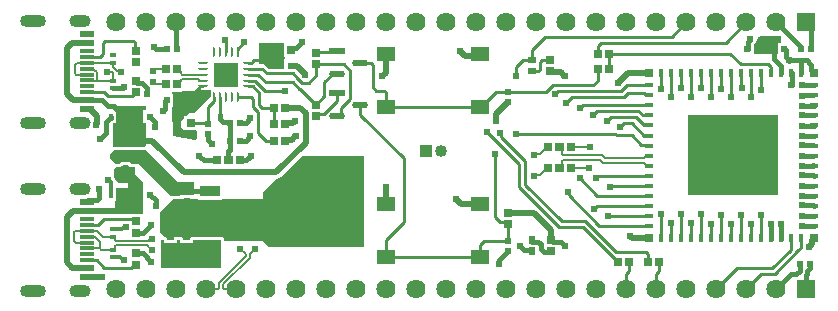
<source format=gtl>
G04*
G04 #@! TF.GenerationSoftware,Altium Limited,Altium Designer,24.10.1 (45)*
G04*
G04 Layer_Physical_Order=1*
G04 Layer_Color=255*
%FSLAX25Y25*%
%MOIN*%
G70*
G04*
G04 #@! TF.SameCoordinates,D3134D55-57E6-493F-9EDF-3C94872CC342*
G04*
G04*
G04 #@! TF.FilePolarity,Positive*
G04*
G01*
G75*
%ADD16R,0.02816X0.02648*%
%ADD17R,0.02648X0.02816*%
%ADD18R,0.04528X0.02362*%
%ADD19R,0.04528X0.01181*%
%ADD20R,0.04724X0.04724*%
%ADD21R,0.03150X0.01575*%
%ADD22R,0.01575X0.03150*%
%ADD23R,0.03150X0.03150*%
%ADD24R,0.02423X0.02254*%
G04:AMPARAMS|DCode=25|XSize=35.43mil|YSize=68.9mil|CornerRadius=1.95mil|HoleSize=0mil|Usage=FLASHONLY|Rotation=90.000|XOffset=0mil|YOffset=0mil|HoleType=Round|Shape=RoundedRectangle|*
%AMROUNDEDRECTD25*
21,1,0.03543,0.06500,0,0,90.0*
21,1,0.03154,0.06890,0,0,90.0*
1,1,0.00390,0.03250,0.01577*
1,1,0.00390,0.03250,-0.01577*
1,1,0.00390,-0.03250,-0.01577*
1,1,0.00390,-0.03250,0.01577*
%
%ADD25ROUNDEDRECTD25*%
G04:AMPARAMS|DCode=26|XSize=125.98mil|YSize=68.9mil|CornerRadius=2.07mil|HoleSize=0mil|Usage=FLASHONLY|Rotation=90.000|XOffset=0mil|YOffset=0mil|HoleType=Round|Shape=RoundedRectangle|*
%AMROUNDEDRECTD26*
21,1,0.12598,0.06476,0,0,90.0*
21,1,0.12185,0.06890,0,0,90.0*
1,1,0.00413,0.03238,0.06093*
1,1,0.00413,0.03238,-0.06093*
1,1,0.00413,-0.03238,-0.06093*
1,1,0.00413,-0.03238,0.06093*
%
%ADD26ROUNDEDRECTD26*%
%ADD27R,0.00955X0.03306*%
G04:AMPARAMS|DCode=28|XSize=33.06mil|YSize=9.55mil|CornerRadius=4.77mil|HoleSize=0mil|Usage=FLASHONLY|Rotation=270.000|XOffset=0mil|YOffset=0mil|HoleType=Round|Shape=RoundedRectangle|*
%AMROUNDEDRECTD28*
21,1,0.03306,0.00000,0,0,270.0*
21,1,0.02351,0.00955,0,0,270.0*
1,1,0.00955,0.00000,-0.01176*
1,1,0.00955,0.00000,0.01176*
1,1,0.00955,0.00000,0.01176*
1,1,0.00955,0.00000,-0.01176*
%
%ADD28ROUNDEDRECTD28*%
G04:AMPARAMS|DCode=29|XSize=9.55mil|YSize=33.06mil|CornerRadius=4.77mil|HoleSize=0mil|Usage=FLASHONLY|Rotation=270.000|XOffset=0mil|YOffset=0mil|HoleType=Round|Shape=RoundedRectangle|*
%AMROUNDEDRECTD29*
21,1,0.00955,0.02351,0,0,270.0*
21,1,0.00000,0.03306,0,0,270.0*
1,1,0.00955,-0.01176,0.00000*
1,1,0.00955,-0.01176,0.00000*
1,1,0.00955,0.01176,0.00000*
1,1,0.00955,0.01176,0.00000*
%
%ADD29ROUNDEDRECTD29*%
%ADD30R,0.02254X0.02423*%
%ADD31R,0.02362X0.01378*%
%ADD32R,0.01378X0.02362*%
%ADD33R,0.02756X0.02362*%
%ADD34R,0.01968X0.02756*%
%ADD35R,0.06102X0.05118*%
G04:AMPARAMS|DCode=36|XSize=53.43mil|YSize=22.53mil|CornerRadius=11.26mil|HoleSize=0mil|Usage=FLASHONLY|Rotation=0.000|XOffset=0mil|YOffset=0mil|HoleType=Round|Shape=RoundedRectangle|*
%AMROUNDEDRECTD36*
21,1,0.05343,0.00000,0,0,0.0*
21,1,0.03091,0.02253,0,0,0.0*
1,1,0.02253,0.01545,0.00000*
1,1,0.02253,-0.01545,0.00000*
1,1,0.02253,-0.01545,0.00000*
1,1,0.02253,0.01545,0.00000*
%
%ADD36ROUNDEDRECTD36*%
%ADD37R,0.05343X0.02253*%
%ADD44R,0.08071X0.08071*%
G04:AMPARAMS|DCode=47|XSize=39.37mil|YSize=86.61mil|CornerRadius=19.68mil|HoleSize=0mil|Usage=FLASHONLY|Rotation=270.000|XOffset=0mil|YOffset=0mil|HoleType=Round|Shape=RoundedRectangle|*
%AMROUNDEDRECTD47*
21,1,0.03937,0.04724,0,0,270.0*
21,1,0.00000,0.08661,0,0,270.0*
1,1,0.03937,-0.02362,0.00000*
1,1,0.03937,-0.02362,0.00000*
1,1,0.03937,0.02362,0.00000*
1,1,0.03937,0.02362,0.00000*
%
%ADD47ROUNDEDRECTD47*%
G04:AMPARAMS|DCode=48|XSize=39.37mil|YSize=70.87mil|CornerRadius=19.68mil|HoleSize=0mil|Usage=FLASHONLY|Rotation=270.000|XOffset=0mil|YOffset=0mil|HoleType=Round|Shape=RoundedRectangle|*
%AMROUNDEDRECTD48*
21,1,0.03937,0.03150,0,0,270.0*
21,1,0.00000,0.07087,0,0,270.0*
1,1,0.03937,-0.01575,0.00000*
1,1,0.03937,-0.01575,0.00000*
1,1,0.03937,0.01575,0.00000*
1,1,0.03937,0.01575,0.00000*
%
%ADD48ROUNDEDRECTD48*%
%ADD54C,0.01500*%
%ADD55C,0.02000*%
%ADD56C,0.01000*%
%ADD57C,0.01001*%
%ADD58C,0.00623*%
%ADD59C,0.01010*%
%ADD60C,0.00603*%
%ADD61C,0.01200*%
%ADD62C,0.06400*%
%ADD63R,0.06400X0.06400*%
%ADD64R,0.04000X0.04000*%
%ADD65C,0.04000*%
%ADD66R,0.04000X0.04000*%
%ADD67C,0.02400*%
G36*
X256000Y88000D02*
X255627Y87627D01*
X254976D01*
Y84000D01*
X247024D01*
Y86984D01*
X247146Y87035D01*
X247765Y87654D01*
X248100Y88462D01*
Y88650D01*
X249000Y90000D01*
X256000D01*
Y88000D01*
D02*
G37*
G36*
X90476Y87624D02*
Y82976D01*
X90700D01*
Y82127D01*
X90476D01*
Y78903D01*
X85378D01*
X84208Y80073D01*
X83712Y80404D01*
X83127Y80521D01*
X82479D01*
X82000Y81000D01*
X82000Y87700D01*
X90008D01*
X90476Y87624D01*
D02*
G37*
G36*
X66000Y70812D02*
X65965Y70634D01*
Y69601D01*
X65956Y69556D01*
X60500Y64100D01*
X58700D01*
X57892Y63292D01*
X57176D01*
Y62576D01*
X56200Y61600D01*
Y59500D01*
X57176Y58524D01*
Y58476D01*
X61040D01*
X61388Y58117D01*
X61307Y55528D01*
X60917Y55215D01*
X53350Y56650D01*
X53253Y66099D01*
X53524Y66373D01*
X53524D01*
Y70627D01*
X53206D01*
X53200Y71200D01*
X59300Y71400D01*
X61600Y71475D01*
Y71900D01*
X66000D01*
Y70812D01*
D02*
G37*
G36*
X44400Y65127D02*
X43476D01*
Y60873D01*
X44400D01*
Y53421D01*
X44100Y53020D01*
X34000D01*
X33902Y53000D01*
X33400D01*
Y60819D01*
X34409D01*
Y62151D01*
X34505Y62630D01*
X34505Y62630D01*
Y63000D01*
X34409Y63479D01*
Y65181D01*
X33400D01*
Y66179D01*
X33821Y66600D01*
X44400D01*
Y65127D01*
D02*
G37*
G36*
X255000Y37000D02*
X225000D01*
Y63500D01*
X255000D01*
Y37000D01*
D02*
G37*
G36*
X55000Y41100D02*
X60400D01*
X60500Y41000D01*
Y37330D01*
X60127Y37024D01*
X55873D01*
Y36500D01*
X52600D01*
X42000Y47100D01*
X39643D01*
X39342Y47401D01*
X38658Y47796D01*
X37895Y48000D01*
X37105D01*
X36342Y47796D01*
X35658Y47401D01*
X35357Y47100D01*
X34300D01*
X32500Y48900D01*
Y50331D01*
X32471Y50360D01*
X32500Y50400D01*
X34000Y51900D01*
Y52000D01*
X44100D01*
X55000Y41100D01*
D02*
G37*
G36*
X117000Y19500D02*
X85500D01*
X83500Y21500D01*
X70520D01*
Y22000D01*
X70442Y22390D01*
X70221Y22721D01*
X69890Y22942D01*
X69500Y23020D01*
X60127D01*
X59737Y22942D01*
X59406Y22721D01*
X59185Y22390D01*
X59112Y22024D01*
X56888D01*
X56815Y22390D01*
X56594Y22721D01*
X56263Y22942D01*
X55873Y23020D01*
X54627D01*
X54237Y22942D01*
X53906Y22721D01*
X53685Y22390D01*
X53612Y22024D01*
X51476D01*
X51366Y22134D01*
X51315Y22390D01*
X51094Y22721D01*
X50763Y22942D01*
X50507Y22993D01*
X49000Y24500D01*
Y31000D01*
X53480Y35480D01*
X55873D01*
X55972Y35500D01*
X61760D01*
X61981Y35353D01*
X62447Y35260D01*
X68947D01*
X69413Y35353D01*
X69633Y35500D01*
X83500D01*
Y38000D01*
X87861Y42361D01*
X87900D01*
X88680Y42516D01*
X89342Y42958D01*
X96384Y50000D01*
X117000D01*
Y19500D01*
D02*
G37*
G36*
X38264Y46845D02*
X38716Y46585D01*
X38922Y46379D01*
X39252Y46158D01*
X39643Y46080D01*
X40800D01*
Y44100D01*
X40700Y44000D01*
X43400Y41300D01*
X43500D01*
Y39127D01*
X43476D01*
Y34873D01*
X43500D01*
Y30492D01*
X38876D01*
Y30486D01*
X34100D01*
Y34819D01*
X34409D01*
Y39100D01*
X38100D01*
X38300Y39300D01*
Y41000D01*
X35300D01*
X34000Y42300D01*
Y42438D01*
X33900Y42679D01*
Y45650D01*
X34300Y46080D01*
X35357D01*
X35748Y46158D01*
X36078Y46379D01*
X36284Y46585D01*
X36736Y46845D01*
X37239Y46980D01*
X37761D01*
X38264Y46845D01*
D02*
G37*
G36*
X69500Y12500D02*
X49500D01*
Y22000D01*
X50373D01*
Y20976D01*
X54627D01*
Y22000D01*
X55873D01*
Y20976D01*
X60127D01*
Y22000D01*
X69500D01*
Y12500D01*
D02*
G37*
D16*
X68116Y48500D02*
D03*
X71884D02*
D03*
X72116D02*
D03*
X75884D02*
D03*
X92884Y85300D02*
D03*
X89116D02*
D03*
X54884Y74000D02*
D03*
X51116D02*
D03*
Y79000D02*
D03*
X54884D02*
D03*
X87116Y66000D02*
D03*
X90884D02*
D03*
X87116Y55000D02*
D03*
X90884D02*
D03*
Y60500D02*
D03*
X87116D02*
D03*
X198884Y84000D02*
D03*
X195116D02*
D03*
X205384Y14500D02*
D03*
X201616D02*
D03*
X198884Y79000D02*
D03*
X195116D02*
D03*
X215384Y14500D02*
D03*
X211616D02*
D03*
X178332Y52900D02*
D03*
X182100D02*
D03*
X182068Y45900D02*
D03*
X178300D02*
D03*
X186200Y52900D02*
D03*
X182432D02*
D03*
X182300Y45900D02*
D03*
X186068D02*
D03*
D17*
X59500Y60884D02*
D03*
Y57116D02*
D03*
X179500Y21884D02*
D03*
Y18116D02*
D03*
X179000Y81884D02*
D03*
Y78116D02*
D03*
X41000Y74884D02*
D03*
Y71116D02*
D03*
Y84884D02*
D03*
Y81116D02*
D03*
X41100Y13616D02*
D03*
Y17384D02*
D03*
X41200Y24316D02*
D03*
Y28084D02*
D03*
X101000Y66884D02*
D03*
Y63116D02*
D03*
X165000Y30884D02*
D03*
Y27116D02*
D03*
X101100Y80400D02*
D03*
Y84168D02*
D03*
X245704Y56200D02*
D03*
D18*
X24764Y65394D02*
D03*
Y90591D02*
D03*
Y87441D02*
D03*
Y68543D02*
D03*
Y12559D02*
D03*
Y31457D02*
D03*
Y34606D02*
D03*
Y9409D02*
D03*
D19*
Y71102D02*
D03*
Y73071D02*
D03*
Y75039D02*
D03*
Y77008D02*
D03*
Y78976D02*
D03*
Y80945D02*
D03*
Y82913D02*
D03*
Y84882D02*
D03*
Y28898D02*
D03*
Y26929D02*
D03*
Y24961D02*
D03*
Y22992D02*
D03*
Y21024D02*
D03*
Y19055D02*
D03*
Y17087D02*
D03*
Y15118D02*
D03*
D20*
X239504Y56496D02*
D03*
X233008D02*
D03*
Y50000D02*
D03*
Y43504D02*
D03*
X239504D02*
D03*
X246004Y43400D02*
D03*
X246000Y50000D02*
D03*
X239504D02*
D03*
D21*
X267063Y73425D02*
D03*
Y70079D02*
D03*
Y66732D02*
D03*
Y63386D02*
D03*
Y60039D02*
D03*
Y56693D02*
D03*
Y53347D02*
D03*
Y50000D02*
D03*
Y46654D02*
D03*
Y43307D02*
D03*
Y39961D02*
D03*
Y36614D02*
D03*
Y33268D02*
D03*
Y29921D02*
D03*
Y26575D02*
D03*
X211945D02*
D03*
Y29921D02*
D03*
Y33268D02*
D03*
Y36614D02*
D03*
Y39961D02*
D03*
Y43307D02*
D03*
Y46654D02*
D03*
Y50000D02*
D03*
Y53347D02*
D03*
Y56693D02*
D03*
Y60039D02*
D03*
Y63386D02*
D03*
Y66732D02*
D03*
Y70079D02*
D03*
Y73425D02*
D03*
D22*
X262929Y22441D02*
D03*
X259583D02*
D03*
X256236D02*
D03*
X252890D02*
D03*
X249543D02*
D03*
X246197D02*
D03*
X242850D02*
D03*
X239504D02*
D03*
X236157D02*
D03*
X232811D02*
D03*
X229465D02*
D03*
X226118D02*
D03*
X222772D02*
D03*
X219425D02*
D03*
X216079D02*
D03*
Y77559D02*
D03*
X219425D02*
D03*
X222772D02*
D03*
X226118D02*
D03*
X229465D02*
D03*
X232811D02*
D03*
X236157D02*
D03*
X239504D02*
D03*
X242850D02*
D03*
X246197D02*
D03*
X249543D02*
D03*
X252890D02*
D03*
X256236D02*
D03*
X259583D02*
D03*
X262929D02*
D03*
D23*
X211945Y22441D02*
D03*
X267063D02*
D03*
X211945Y77559D02*
D03*
X267063D02*
D03*
D24*
X266187Y85500D02*
D03*
X262813D02*
D03*
X51313D02*
D03*
X54687D02*
D03*
X72313Y61000D02*
D03*
X75687D02*
D03*
X72313Y55000D02*
D03*
X75687D02*
D03*
X42313Y63000D02*
D03*
X45687D02*
D03*
X265687Y14000D02*
D03*
X262313D02*
D03*
X54687Y68500D02*
D03*
X51313D02*
D03*
X89313Y80000D02*
D03*
X92687D02*
D03*
X42313Y37000D02*
D03*
X45687D02*
D03*
X253813Y85500D02*
D03*
X257187D02*
D03*
X248187D02*
D03*
X244813D02*
D03*
D25*
X65697Y38055D02*
D03*
Y29000D02*
D03*
Y19945D02*
D03*
D26*
X90303Y29000D02*
D03*
D27*
X74937Y84541D02*
D03*
D28*
X72969D02*
D03*
X71000D02*
D03*
X69032D02*
D03*
X67063D02*
D03*
Y69459D02*
D03*
X69032D02*
D03*
X71000D02*
D03*
X72969D02*
D03*
X74937D02*
D03*
D29*
X63459Y80937D02*
D03*
Y78969D02*
D03*
Y77000D02*
D03*
Y75032D02*
D03*
Y73063D02*
D03*
X78541D02*
D03*
Y75032D02*
D03*
Y77000D02*
D03*
Y78969D02*
D03*
Y80937D02*
D03*
D30*
X65000Y60687D02*
D03*
Y57313D02*
D03*
X52500Y19813D02*
D03*
Y23187D02*
D03*
X58000Y19813D02*
D03*
Y23187D02*
D03*
Y38187D02*
D03*
Y34813D02*
D03*
X165000Y71187D02*
D03*
Y67813D02*
D03*
Y21687D02*
D03*
Y18313D02*
D03*
D31*
X33500Y75000D02*
D03*
Y72441D02*
D03*
Y81000D02*
D03*
Y83559D02*
D03*
Y18700D02*
D03*
Y16141D02*
D03*
Y22920D02*
D03*
Y25480D02*
D03*
D32*
X35280Y63000D02*
D03*
X32721D02*
D03*
X35280Y37000D02*
D03*
X32721D02*
D03*
D33*
X173000Y81870D02*
D03*
Y78130D02*
D03*
D34*
Y21772D02*
D03*
Y18228D02*
D03*
D35*
X124350Y83858D02*
D03*
X155650D02*
D03*
X124350Y66142D02*
D03*
X155650D02*
D03*
X124350Y33858D02*
D03*
X155650D02*
D03*
X124350Y16142D02*
D03*
X155650D02*
D03*
D36*
X115742Y67000D02*
D03*
X108258Y63260D02*
D03*
X115742Y81000D02*
D03*
X108258Y77260D02*
D03*
D37*
Y70740D02*
D03*
Y84740D02*
D03*
D44*
X71000Y77000D02*
D03*
D47*
X6752Y95000D02*
D03*
Y60984D02*
D03*
Y5000D02*
D03*
Y39016D02*
D03*
D48*
X22500Y95000D02*
D03*
Y60984D02*
D03*
Y5000D02*
D03*
Y39016D02*
D03*
D54*
X236300Y46900D02*
X236404D01*
X239504Y50000D01*
X43000D02*
X54813Y38187D01*
X58000D01*
X58066Y38121D01*
X37500Y50000D02*
X43000D01*
X180074Y21274D02*
X182726D01*
X184000Y20000D01*
X177000Y18000D02*
X179384D01*
X179500Y18116D01*
X176000Y19000D02*
X177000Y18000D01*
X176000Y19000D02*
Y20478D01*
X173234Y21356D02*
X175121D01*
X176000Y20478D01*
X173000Y21591D02*
X173234Y21356D01*
X173000Y21591D02*
Y21772D01*
X253813Y82123D02*
X256199Y79737D01*
Y77596D02*
Y79737D01*
X253813Y82123D02*
Y85500D01*
X256199Y77596D02*
X256236Y77559D01*
X265651Y12525D02*
Y14000D01*
X72313Y55000D02*
Y61000D01*
Y51987D02*
Y55000D01*
X72116Y48500D02*
Y48871D01*
X266933Y66616D02*
X267059Y66742D01*
X266960Y63443D02*
X266984Y63468D01*
X259611Y73661D02*
Y77563D01*
X266918Y33384D02*
X267059Y33242D01*
X256114Y22316D02*
Y27225D01*
X252768Y22316D02*
Y27225D01*
X58000Y65500D02*
X60000D01*
X64000Y69500D01*
X54687Y62187D02*
X58000Y65500D01*
X54687Y58813D02*
Y62187D01*
Y68500D01*
X56384Y57116D02*
X59500D01*
X54687Y58813D02*
X56384Y57116D01*
X62243Y50000D02*
X63744Y48500D01*
X62000Y50000D02*
X62243D01*
X63744Y48500D02*
X68116D01*
X65631Y38121D02*
X65697Y38055D01*
X58066Y38121D02*
X65631D01*
X69000Y62200D02*
Y63700D01*
X71913Y49074D02*
Y51587D01*
X71884Y48500D02*
X72116D01*
X71913Y49074D02*
X72116Y48871D01*
X71913Y51587D02*
X72313Y51987D01*
X38796Y63000D02*
X42313D01*
X35280D02*
X38796D01*
X32659Y62569D02*
X32721Y62630D01*
X31000Y61279D02*
X32289Y62569D01*
X29000Y55600D02*
X31000Y57600D01*
Y61279D01*
X32721Y62630D02*
Y63000D01*
X32289Y62569D02*
X32659D01*
X35221Y63059D02*
X35280Y63000D01*
X35221Y63059D02*
Y63604D01*
X35219Y63606D02*
X35221Y63604D01*
X35219Y63606D02*
Y64847D01*
X33643Y66422D02*
X35219Y64847D01*
X31796Y66422D02*
X33643D01*
X29675Y68543D02*
X31796Y66422D01*
X24764Y68543D02*
X29675D01*
X36741Y72441D02*
X37200Y72900D01*
X33500Y72441D02*
X36741D01*
X45772Y63000D02*
X47500Y61272D01*
Y59600D02*
Y61272D01*
X45687Y63000D02*
X45772D01*
X50000Y64800D02*
X50851Y65651D01*
Y68123D01*
X51228Y68500D02*
X51313D01*
X50851Y68123D02*
X51228Y68500D01*
X44900Y70600D02*
Y72423D01*
X43049Y74274D02*
X44900Y72423D01*
X41574Y74274D02*
X43049D01*
X41000Y74848D02*
X41574Y74274D01*
X41000Y74848D02*
Y74884D01*
X27937Y35037D02*
X28900Y36000D01*
X25195Y35037D02*
X27937D01*
X24764Y34606D02*
X25195Y35037D01*
X43516Y24316D02*
X46100Y26900D01*
X41200Y24316D02*
X43516D01*
X43415Y17385D02*
X46100Y14700D01*
X41101Y17385D02*
X43415D01*
X38796Y37000D02*
X42313D01*
X35280D02*
X38796D01*
X37500Y45000D02*
X42313Y40187D01*
Y37000D02*
Y40187D01*
X28900Y36000D02*
Y38800D01*
X45772Y37000D02*
X47600Y35172D01*
Y33200D02*
Y35172D01*
X45687Y37000D02*
X45772D01*
X264813Y11687D02*
X265651Y12525D01*
X264813Y10606D02*
Y11687D01*
X264563Y10356D02*
X264813Y10606D01*
X264563Y5563D02*
Y10356D01*
X262313Y11641D02*
Y14000D01*
X261121Y10450D02*
X262313Y11641D01*
X83475Y81825D02*
X85300Y80000D01*
X83218Y81825D02*
X83475D01*
X89214Y80098D02*
Y85202D01*
Y80098D02*
X89313Y80000D01*
X89116Y85300D02*
X89214Y85202D01*
X85300Y80000D02*
X89313D01*
X54594Y85594D02*
Y94406D01*
X47000Y86100D02*
X47600Y85500D01*
X51313D01*
X54500Y94500D02*
X54594Y94406D01*
Y85594D02*
X54687Y85500D01*
X72213Y61100D02*
X72313Y61000D01*
X70100Y61100D02*
X72213D01*
X69000Y62200D02*
X70100Y61100D01*
X65000Y55300D02*
Y57313D01*
Y55300D02*
X66400Y53900D01*
X75884Y48500D02*
X77897D01*
X79297Y49900D01*
X75687Y55000D02*
X77700D01*
X79100Y56400D01*
X77700Y61000D02*
X79100Y62400D01*
X75687Y61000D02*
X77700D01*
X92884Y85300D02*
X93458Y85874D01*
X94374D01*
X96500Y88000D01*
X162000Y15228D02*
X165000Y18228D01*
X162000Y14000D02*
Y15228D01*
X165000Y18228D02*
Y18313D01*
X172766Y18644D02*
X173000Y18409D01*
X170356Y18644D02*
X172766D01*
X169000Y20000D02*
X170356Y18644D01*
X173000Y18228D02*
Y18409D01*
X259450Y10450D02*
X261121D01*
X254500Y5500D02*
X259450Y10450D01*
X254500Y5500D02*
X255625D01*
X264500D02*
X264563Y5563D01*
X265651Y14000D02*
X265687D01*
X259574Y73624D02*
X259611Y73661D01*
Y77563D02*
X259631Y77583D01*
X266954Y26537D02*
X266984Y26568D01*
X263000Y26500D02*
X263037Y26537D01*
X266954D01*
X266977Y29961D02*
X266984Y29968D01*
X263000Y30000D02*
X263039Y29961D01*
X266977D01*
X263116Y33384D02*
X266918D01*
X263000Y33500D02*
X263116Y33384D01*
X266874Y36557D02*
X266959Y36643D01*
X263000Y36500D02*
X263057Y36557D01*
X266874D01*
X263020Y39980D02*
X266872D01*
X266884Y39968D01*
X263000Y40000D02*
X263020Y39980D01*
X266898Y43404D02*
X266959Y43343D01*
X263096Y43404D02*
X266898D01*
X263000Y43500D02*
X263096Y43404D01*
X266693Y46577D02*
X266884Y46768D01*
X263077Y46577D02*
X266693D01*
X263000Y46500D02*
X263077Y46577D01*
X263000Y50000D02*
X266852D01*
X263077Y53423D02*
X266829D01*
X266884Y53368D01*
X263000Y53500D02*
X263077Y53423D01*
X266913Y56596D02*
X266984Y56668D01*
X263096Y56596D02*
X266913D01*
X263000Y56500D02*
X263096Y56596D01*
X263020Y60020D02*
X266936D01*
X266984Y60068D01*
X263000Y60000D02*
X263020Y60020D01*
X263000Y63500D02*
X263057Y63443D01*
X266960D01*
X263000Y66500D02*
X263116Y66616D01*
X266933D01*
X263039Y70039D02*
X266856D01*
X266884Y70068D01*
X263000Y70000D02*
X263039Y70039D01*
X266939Y73463D02*
X266959Y73443D01*
X263037Y73463D02*
X266939D01*
X263000Y73500D02*
X263037Y73463D01*
X254500Y94500D02*
X262351Y86649D01*
X262728Y85500D02*
X262813D01*
X262351Y85877D02*
Y86649D01*
Y85877D02*
X262728Y85500D01*
X254226Y85877D02*
Y88226D01*
X254500Y88500D01*
X253813Y85500D02*
X253849D01*
X254226Y85877D01*
X248649D02*
Y87649D01*
X249500Y88500D01*
X248272Y85500D02*
X248649Y85877D01*
X248187Y85500D02*
X248272D01*
X266187D02*
Y92813D01*
X264500Y94500D02*
X266187Y92813D01*
X262700Y81900D02*
X264700D01*
X258600D02*
X262700D01*
X262929Y81671D01*
Y77559D02*
Y81671D01*
X264700Y81900D02*
X266238Y80362D01*
Y78384D02*
Y80362D01*
Y78384D02*
X267063Y77559D01*
X258600Y81656D02*
Y81900D01*
X257649Y82851D02*
X258600Y81900D01*
X257649Y82851D02*
Y85123D01*
X257187Y85500D02*
X257272D01*
X257649Y85123D01*
X244976Y87976D02*
X245900Y88900D01*
X244976Y85627D02*
Y87976D01*
X256039Y27300D02*
X256114Y27225D01*
Y22316D02*
X256189Y22241D01*
X252693Y27300D02*
X252768Y27225D01*
Y22316D02*
X252842Y22241D01*
D55*
X233006Y56498D02*
X233008Y56496D01*
X183892Y76500D02*
X184000D01*
X179324Y77708D02*
X182684D01*
X179000Y78031D02*
X179324Y77708D01*
X182684D02*
X183892Y76500D01*
X227958Y56498D02*
X233006D01*
X227956Y56500D02*
X227958Y56498D01*
X227847Y56500D02*
X227956D01*
X179332Y22052D02*
Y25332D01*
Y22052D02*
X179500Y21884D01*
X173780Y30884D02*
X179332Y25332D01*
X165000Y30884D02*
X173780D01*
X124523Y77672D02*
Y83858D01*
X58200Y19275D02*
X58870Y19945D01*
X52444Y19757D02*
X52537Y19665D01*
X58096Y15123D02*
X58109Y15110D01*
X57000Y44400D02*
X87900D01*
X37500Y55000D02*
X46400D01*
X57000Y44400D01*
X97600Y54100D02*
Y64200D01*
X87900Y44400D02*
X97600Y54100D01*
X95800Y66000D02*
X97600Y64200D01*
X90884Y66000D02*
X95800D01*
X91208Y55324D02*
X93116D01*
X94192Y56400D01*
X90884Y55000D02*
X91208Y55324D01*
X94192Y56400D02*
X94300D01*
X90969Y60500D02*
X91292Y60824D01*
X94092Y61400D02*
X94200D01*
X91292Y60824D02*
X93515D01*
X94092Y61400D01*
X90884Y60500D02*
X90969D01*
X38500Y59100D02*
Y62704D01*
X38796Y63000D01*
X37400Y58000D02*
X38500Y59100D01*
X37400Y55100D02*
Y58000D01*
Y55100D02*
X37500Y55000D01*
X20157Y68543D02*
X24764D01*
X18100Y70600D02*
X20157Y68543D01*
X18100Y70600D02*
Y85800D01*
X19741Y87441D01*
X24764D01*
X27800Y60100D02*
Y60208D01*
X28043Y60452D02*
Y63197D01*
X27800Y60208D02*
X28043Y60452D01*
X25846Y65394D02*
X28043Y63197D01*
X24764Y65394D02*
X25846D01*
X18000Y29500D02*
X19957Y31457D01*
X24764Y9409D02*
X29309D01*
X29600Y9700D01*
X19841Y12559D02*
X24764D01*
X18000Y14400D02*
X19841Y12559D01*
X18000Y14400D02*
Y29500D01*
X19957Y31457D02*
X30600D01*
X37625D01*
X38796Y32628D02*
Y37000D01*
X37625Y31457D02*
X38796Y32628D01*
X149400Y33908D02*
X155600D01*
X147600Y35600D02*
X147708D01*
X149400Y33908D01*
X155600D02*
X155650Y33858D01*
X124350Y39342D02*
X124500Y39492D01*
X124350Y33858D02*
Y39342D01*
X124500Y39492D02*
Y39600D01*
X90303Y29000D02*
Y31854D01*
X92748Y34299D02*
X93919D01*
X93920Y34300D02*
X97100D01*
X93919Y34299D02*
X93920Y34300D01*
X90303Y31854D02*
X92748Y34299D01*
X58870Y19945D02*
X65697D01*
X65700Y19942D01*
Y15300D02*
Y19942D01*
X52537Y15146D02*
Y19665D01*
Y15146D02*
X52573Y15110D01*
X58001D02*
X58015Y15123D01*
X58096D01*
X52573Y15110D02*
X58001D01*
X58200Y15200D02*
Y19275D01*
X58693Y34270D02*
X59266Y33697D01*
X58127Y34713D02*
X58693Y34270D01*
X59266Y33697D02*
X59800Y29300D01*
X58000Y34813D02*
X58127Y34713D01*
X55097Y29250D02*
X59800Y29300D01*
X55000Y29200D02*
X55097Y29250D01*
X59877Y29223D02*
X63252D01*
X55000Y29200D02*
X55023Y29177D01*
X63252Y29223D02*
X65697Y29000D01*
X58000Y23187D02*
X58127Y23399D01*
X59800Y26438D02*
X59800Y29300D01*
X55023Y26371D02*
X55023Y29177D01*
X50900Y29200D02*
X55000D01*
X58127Y23399D02*
X59800Y26438D01*
X52627Y23399D02*
X55023Y26371D01*
X52500Y23187D02*
X52627Y23399D01*
X92814Y79873D02*
X94627D01*
X97423Y77077D01*
X92687Y80000D02*
X92814Y79873D01*
X161000Y61500D02*
X161076Y61576D01*
Y63805D01*
X165000Y67728D01*
Y67813D01*
X155021Y83230D02*
X155650Y83858D01*
X150770Y83230D02*
X155021D01*
X149000Y85000D02*
X150770Y83230D01*
X123228Y76376D02*
X124523Y77672D01*
X205600Y23300D02*
X206459Y22441D01*
X211945D01*
X211486Y22900D02*
X211945Y22441D01*
X266488Y21866D02*
X267063Y22441D01*
X265500Y19608D02*
X266488Y20596D01*
X265500Y19500D02*
Y19608D01*
X266488Y20596D02*
Y21866D01*
X244813Y85500D02*
X244849D01*
X244976Y85627D01*
X239609Y61862D02*
X239613Y61866D01*
X239609Y56858D02*
Y61862D01*
X251362Y55891D02*
X251366Y55887D01*
X246358Y55891D02*
X251362D01*
Y49891D02*
X251366Y49887D01*
X246358Y49891D02*
X251362D01*
Y43391D02*
X251366Y43387D01*
X246358Y43391D02*
X251362D01*
X239387Y38134D02*
X239391Y38138D01*
Y43142D01*
X227634Y43613D02*
X227638Y43609D01*
X232642D01*
X227834Y50013D02*
X227838Y50009D01*
X232842D01*
X179000Y78031D02*
Y78116D01*
X201750Y74250D02*
X205059Y77559D01*
X211945D01*
D56*
X195000Y75000D02*
Y78884D01*
X195116Y79000D01*
X193500Y73500D02*
X195000Y75000D01*
X179967Y73500D02*
X193500D01*
X177655Y71187D02*
X179967Y73500D01*
X165000Y71187D02*
X177655D01*
X249522Y77537D02*
X249543Y77559D01*
X249522Y72022D02*
Y77537D01*
X249500Y72000D02*
X249522Y72022D01*
X165000Y21687D02*
Y27116D01*
Y27152D01*
X162424Y27976D02*
X164176D01*
X160800Y50500D02*
X160900Y50600D01*
X160800Y29600D02*
X162424Y27976D01*
X160800Y29600D02*
Y50500D01*
X84652Y85226D02*
X89042D01*
X83879Y86000D02*
X84652Y85226D01*
X83500Y86000D02*
X83879D01*
X89042Y85226D02*
X89116Y85300D01*
X54687Y68500D02*
X57800D01*
X62306Y73006D01*
X78541Y78969D02*
X79672D01*
X79694Y78991D01*
X82041D01*
X79341Y69459D02*
X80000Y68800D01*
X78541Y80937D02*
X79672D01*
X79694Y80960D01*
Y81253D01*
X80303Y81862D01*
X78541Y77000D02*
X81700D01*
X79937Y73063D02*
X82000Y71000D01*
X78541Y73063D02*
X79937D01*
X78541Y75032D02*
X80797D01*
X81700Y77000D02*
X82041Y76659D01*
X74937Y69459D02*
X79341D01*
X62306Y73006D02*
Y73040D01*
X62328Y73063D01*
X63459D01*
X40092Y70208D02*
X40176D01*
X39684Y69800D02*
X40092Y70208D01*
X31600Y69800D02*
X39684D01*
X41000Y71031D02*
Y71116D01*
X40176Y70208D02*
X41000Y71031D01*
X30298Y71102D02*
X31600Y69800D01*
X24764Y71102D02*
X30298D01*
X27982Y15118D02*
X28000Y15100D01*
X30500Y12600D01*
X24764Y15118D02*
X27982D01*
X24764Y26929D02*
X28000D01*
X28529D01*
X30557Y28957D01*
X170900Y40200D02*
X183044Y28056D01*
X170900Y40200D02*
Y48044D01*
X162768Y56176D02*
X170900Y48044D01*
X190888Y28056D02*
X201044Y17900D01*
X183044Y28056D02*
X190888D01*
X201044Y17900D02*
X211030D01*
X162768Y56176D02*
Y57232D01*
X162500Y57500D02*
X162768Y57232D01*
X190060Y26056D02*
X200708Y15408D01*
X182144Y26056D02*
X190060D01*
X158116Y58000D02*
X168764Y47352D01*
Y39436D02*
Y47352D01*
X211616Y14500D02*
Y17314D01*
X211030Y17900D02*
X211616Y17314D01*
X185268Y36732D02*
Y37732D01*
X195425Y26575D02*
X211945D01*
X185268Y36732D02*
X195425Y26575D01*
X185000Y38000D02*
X185268Y37732D01*
X168764Y39436D02*
X182144Y26056D01*
X201532Y14500D02*
X201616D01*
X200708Y15324D02*
X201532Y14500D01*
X200708Y15324D02*
Y15408D01*
X158000Y58000D02*
X158116D01*
X39512Y28957D02*
X41000Y27468D01*
X30557Y28957D02*
X39512D01*
X41000Y27384D02*
Y27468D01*
X30500Y12600D02*
X39568D01*
X41042Y14074D01*
X124350Y16142D02*
Y21950D01*
X130300Y27900D02*
Y49142D01*
X124350Y21950D02*
X130300Y27900D01*
X115742Y63700D02*
Y67000D01*
Y63700D02*
X130300Y49142D01*
X124350Y16142D02*
X155650D01*
X164176Y27976D02*
X165000Y27152D01*
X157187Y21687D02*
X165000D01*
X155650Y20150D02*
X157187Y21687D01*
X155650Y16142D02*
Y20150D01*
X124350Y66142D02*
Y71114D01*
X123765Y71700D02*
X124350Y71114D01*
X120189Y72711D02*
X121200Y71700D01*
X123765D01*
X120189Y72711D02*
Y80288D01*
X119477Y81000D02*
X120189Y80288D01*
X115742Y81000D02*
X119477D01*
X124350Y66142D02*
X155650D01*
X161187Y71187D02*
X165000D01*
X155650Y66142D02*
X156142D01*
X161187Y71187D01*
X108000Y68261D02*
Y70482D01*
X103715Y63976D02*
X108000Y68261D01*
Y70482D02*
X108258Y70740D01*
X101824Y63976D02*
X103715D01*
X101000Y63152D02*
X101824Y63976D01*
X101000Y63116D02*
Y63152D01*
Y66884D02*
X103900Y69784D01*
Y74447D02*
X106712Y77260D01*
X103900Y69784D02*
Y74447D01*
X82041Y76659D02*
X84300Y74400D01*
X93453D01*
X101000Y66884D02*
Y66969D01*
X106712Y77260D02*
X108258D01*
X95669Y72300D02*
X101000Y66969D01*
X95553Y72300D02*
X95669D01*
X93453Y74400D02*
X95553Y72300D01*
X80797Y75032D02*
X84128Y71700D01*
X90800D01*
X94800Y75882D02*
X96382Y74300D01*
X84745Y77373D02*
X93427D01*
X94800Y76000D01*
Y75882D02*
Y76000D01*
X96382Y74300D02*
X98618D01*
X83127Y78991D02*
X84745Y77373D01*
X82041Y78991D02*
X83127D01*
X80303Y81862D02*
X83181D01*
X83218Y81825D01*
X108258Y63260D02*
X108744D01*
X109323Y63838D01*
Y65886D01*
X112429Y68993D01*
Y78348D01*
X110377Y80400D02*
X112429Y78348D01*
X101100Y80400D02*
X110377D01*
X101100Y76782D02*
Y80400D01*
X98618Y74300D02*
X101100Y76782D01*
X101386Y84454D02*
X107972D01*
X108258Y84740D01*
X101100Y84168D02*
X101386Y84454D01*
X252900Y77569D02*
Y79600D01*
X252890Y77559D02*
X252900Y77569D01*
X251866Y80634D02*
X252900Y79600D01*
X242600Y80634D02*
X251866D01*
X239234Y84000D02*
X242600Y80634D01*
X198884Y84000D02*
X239234D01*
X198884Y79000D02*
Y84000D01*
X237600Y87600D02*
X244500Y94500D01*
X196100Y87600D02*
X237600D01*
X195116Y86616D02*
X196100Y87600D01*
X195116Y84000D02*
Y86616D01*
X206300Y56800D02*
X209466Y53634D01*
X201382Y56800D02*
X206300D01*
X200882Y57300D02*
X201382Y56800D01*
X167700Y57300D02*
X200882D01*
X209466Y53634D02*
X211658D01*
X211945Y53347D01*
X71000Y84541D02*
Y88100D01*
X70700Y88400D02*
X71000Y88100D01*
X81800Y57500D02*
X84300Y55000D01*
X87116D01*
X81800Y57500D02*
Y64372D01*
X80000Y66172D02*
X81800Y64372D01*
X80000Y66172D02*
Y68800D01*
X83000Y66000D02*
X87116D01*
X82000Y67000D02*
X83000Y66000D01*
X87116Y60500D02*
Y66000D01*
X82000Y67000D02*
Y71000D01*
X204500Y5500D02*
Y10500D01*
X205384Y11384D01*
Y14500D01*
X214500Y10500D02*
X215384Y11384D01*
X214500Y5500D02*
Y10500D01*
X215384Y11384D02*
Y14500D01*
X74960Y85694D02*
X77000Y87735D01*
Y88000D01*
X202500Y59500D02*
X203732Y60732D01*
X198000Y61400D02*
X199332Y62732D01*
X207768D01*
X203732Y60732D02*
X206500D01*
X210539Y56693D01*
X210870Y70366D02*
X211157Y70079D01*
X210870Y70366D02*
Y70414D01*
X210284Y71000D02*
X210870Y70414D01*
X205147Y71000D02*
X210284D01*
X184400Y67400D02*
X186500Y69500D01*
X203647D01*
X205147Y71000D01*
X211157Y70079D02*
X211945D01*
X189079Y65800D02*
X190011Y66732D01*
X211945D01*
X210539Y56693D02*
X211945D01*
X194732Y64732D02*
X208596D01*
X193500Y63500D02*
X194732Y64732D01*
X208596D02*
X209943Y63386D01*
X211945D01*
X208061Y62439D02*
X210461Y60039D01*
X207768Y62732D02*
X208061Y62439D01*
X210461Y60039D02*
X211945D01*
X202818Y71500D02*
X204744Y73425D01*
X180786Y70500D02*
X181786Y71500D01*
X202818D01*
X204744Y73425D02*
X211945D01*
X246104Y69504D02*
Y77559D01*
X177500Y89600D02*
X219600D01*
X224500Y94500D01*
X173000Y81870D02*
Y85100D01*
X177500Y89600D01*
X167700Y76700D02*
Y79600D01*
X169970Y81870D01*
X173000D01*
X175900Y81298D02*
X176486Y81884D01*
X179000D01*
X175900Y78716D02*
Y81298D01*
X175314Y78130D02*
X175900Y78716D01*
X173000Y78130D02*
X175314D01*
X189000Y42500D02*
X194886Y36614D01*
X211945D01*
X194500Y42500D02*
X195307Y43307D01*
X211945D01*
X199000Y39500D02*
X199461Y39961D01*
X211945D01*
X198500Y29921D02*
X211945D01*
X193800Y32200D02*
X194868Y33268D01*
X211945D01*
X216103Y22441D02*
Y30496D01*
X222796Y22441D02*
Y30496D01*
X229496Y22441D02*
Y30496D01*
X232775Y22316D02*
Y27225D01*
X236196Y22241D02*
Y30296D01*
X239475Y22316D02*
Y27225D01*
X242896Y22241D02*
Y30296D01*
X246075Y22316D02*
Y27225D01*
X249496Y22241D02*
Y30296D01*
X226075Y22516D02*
X226150Y22441D01*
X241500Y12500D02*
X253172D01*
X234500Y5500D02*
X241500Y12500D01*
X253172D02*
X259295Y18624D01*
Y22153D01*
X262800Y19338D02*
Y22312D01*
X261870Y18370D02*
Y18408D01*
X262800Y19338D01*
Y22312D02*
X262929Y22441D01*
X254000Y10500D02*
X261870Y18370D01*
X249500Y10500D02*
X254000D01*
X259295Y22153D02*
X259583Y22441D01*
X244500Y5500D02*
X249500Y10500D01*
X219404Y69504D02*
Y77559D01*
X222750D02*
X222825Y77484D01*
X226204Y69504D02*
Y77559D01*
X246100Y69500D02*
X246104Y69504D01*
X216115Y72416D02*
Y77325D01*
Y72416D02*
X216190Y72341D01*
X216040Y77400D02*
X216115Y77325D01*
X249496Y30296D02*
X249500Y30300D01*
X246075Y22316D02*
X246150Y22241D01*
X246000Y27300D02*
X246075Y27225D01*
X242896Y30296D02*
X242900Y30300D01*
X239475Y22316D02*
X239550Y22241D01*
X239400Y27300D02*
X239475Y27225D01*
X236196Y30296D02*
X236200Y30300D01*
X232775Y22316D02*
X232850Y22241D01*
X232700Y27300D02*
X232775Y27225D01*
X229496Y30496D02*
X229500Y30500D01*
X226000Y27500D02*
X226075Y27425D01*
Y22516D02*
Y27425D01*
X222796Y30496D02*
X222800Y30500D01*
X219375Y22516D02*
X219450Y22441D01*
X219300Y27500D02*
X219375Y27425D01*
Y22516D02*
Y27425D01*
X236157Y72357D02*
Y77559D01*
X236100Y72300D02*
X236157Y72357D01*
X232811Y69689D02*
X232900Y69600D01*
X232811Y69689D02*
Y77559D01*
X229482Y72518D02*
Y77541D01*
X229465Y77559D02*
X229482Y77541D01*
Y72518D02*
X229500Y72500D01*
X219400Y69500D02*
X219404Y69504D01*
X222825Y72575D02*
X222900Y72500D01*
X222825Y72575D02*
Y77484D01*
X226200Y69500D02*
X226204Y69504D01*
X242925Y72575D02*
Y77484D01*
Y72575D02*
X243000Y72500D01*
X242850Y77559D02*
X242925Y77484D01*
X239500Y69500D02*
X239504Y69504D01*
Y77559D01*
D57*
X30100Y84000D02*
Y87614D01*
X40900Y84984D02*
Y87600D01*
X40300Y88200D02*
X40900Y87600D01*
X30686Y88200D02*
X40300D01*
X30100Y87614D02*
X30686Y88200D01*
X40900Y84984D02*
X41000Y84884D01*
X24764Y82913D02*
X29013D01*
X30100Y84000D01*
X68999Y63701D02*
Y67063D01*
X69008Y67072D01*
X68999Y63701D02*
X69000Y63700D01*
X69008Y69436D02*
X69032Y69459D01*
X69008Y67072D02*
Y69436D01*
D58*
X62027Y75197D02*
X62193Y75032D01*
X62013Y75197D02*
X62027D01*
X61616Y75594D02*
X62013Y75197D01*
X60041Y75594D02*
X61616D01*
X60041Y77017D02*
X63442D01*
X62193Y75032D02*
X63459D01*
X24764Y75039D02*
X24783Y75020D01*
X28445D01*
X28000Y75465D02*
X28445Y75020D01*
X25043Y78697D02*
X27218D01*
X28000Y75465D02*
Y77915D01*
X21192Y77008D02*
X24764D01*
X20700Y77500D02*
X21192Y77008D01*
X27218Y78697D02*
X28000Y77915D01*
X24764Y78976D02*
X25043Y78697D01*
X20700Y77500D02*
Y80200D01*
X21445Y80945D01*
X24764D01*
X24791Y80972D01*
X28445Y75020D02*
X33480D01*
X33500Y75000D01*
X46800Y74700D02*
X47500Y74000D01*
X51116D01*
X35866Y78135D02*
X36100Y77900D01*
X34865Y78135D02*
X35866D01*
X33500Y79500D02*
X34865Y78135D01*
X33122Y77865D02*
X33500Y77488D01*
Y79500D02*
Y81000D01*
Y75000D02*
Y77488D01*
X31300Y77865D02*
X33122D01*
X24791Y80972D02*
X33472D01*
X33500Y81000D01*
X47500Y79000D02*
X51116D01*
X46800Y78300D02*
X47500Y79000D01*
X56346Y77017D02*
X60041D01*
X56346Y75594D02*
X60041D01*
X55981Y77381D02*
Y77988D01*
Y75012D02*
Y75229D01*
X54985Y74016D02*
X55981Y75012D01*
X54901Y74016D02*
X54985D01*
X55981Y75229D02*
X56346Y75594D01*
X55981Y77381D02*
X56346Y77017D01*
X54969Y79000D02*
X55981Y77988D01*
X54884Y79000D02*
X54969D01*
X29300Y18700D02*
X30600D01*
X33500D01*
X28945Y19055D02*
X29300Y18700D01*
X30600Y22920D02*
X33500D01*
X30180D02*
X30600D01*
X28139Y24961D02*
X30180Y22920D01*
X24764Y24961D02*
X28139D01*
X28945Y19055D02*
X29100Y19210D01*
Y21100D01*
X24764Y19055D02*
X28945D01*
X20861Y24961D02*
X24764D01*
X20300Y24400D02*
X20861Y24961D01*
X20300Y21700D02*
Y24400D01*
Y21700D02*
X21000Y21000D01*
X27487Y22713D02*
X29100Y21100D01*
X24764Y22992D02*
X25043Y22713D01*
X27487D01*
X21000Y21000D02*
X24740D01*
X24764Y21024D01*
X178216Y45900D02*
X178300D01*
X175756Y43440D02*
X178216Y45900D01*
X173868Y43100D02*
X174208Y43440D01*
X175756D01*
X174240Y50440D02*
X175787D01*
X173900Y50100D02*
X174240Y50440D01*
X175787D02*
X178247Y52900D01*
X178332D01*
X70211Y7063D02*
X79083Y15935D01*
Y17083D01*
X77660Y16524D02*
Y17040D01*
X75800Y18900D02*
X77660Y17040D01*
X68788Y7653D02*
X77660Y16524D01*
X79083Y17083D02*
X80900Y18900D01*
X68788Y5865D02*
Y7653D01*
X68424Y5500D02*
X68788Y5865D01*
X64500Y5500D02*
X68424D01*
X70211Y5865D02*
X70576Y5500D01*
X70211Y5865D02*
Y7063D01*
X70576Y5500D02*
X74500D01*
X186068Y45900D02*
X192168D01*
X186200Y52900D02*
X192300D01*
D59*
X67063Y68338D02*
Y69459D01*
X59500Y60884D02*
X59598Y60786D01*
X64902D02*
X65000Y60687D01*
X59598Y60786D02*
X64902D01*
X65000Y66275D02*
X67063Y68338D01*
X65000Y60687D02*
Y66275D01*
D60*
X45937Y22300D02*
X46400D01*
X44838Y20109D02*
X46247Y18700D01*
X34564Y21512D02*
X45148D01*
X45937Y22300D01*
X34564Y20109D02*
X44838D01*
X33500Y18700D02*
X33824D01*
X33824Y22920D02*
X34211Y22533D01*
X33824Y18700D02*
X34211Y19087D01*
Y19756D01*
X34564Y20109D01*
X34211Y21865D02*
X34564Y21512D01*
X33500Y22920D02*
X33824D01*
X46247Y18700D02*
X46400D01*
X34211Y21865D02*
Y22533D01*
X182100Y52900D02*
X182153D01*
Y45900D02*
X183165Y46912D01*
X182153Y52900D02*
X183165Y51888D01*
Y50461D02*
Y51888D01*
X210682Y49403D02*
Y49524D01*
X210317Y49038D02*
X210682Y49403D01*
Y49524D02*
X211157Y50000D01*
X211945D01*
X183530Y50096D02*
X196423D01*
X182068Y45900D02*
X182153D01*
X183165Y46912D02*
Y48308D01*
X195834Y48673D02*
X196891Y47615D01*
X210317D01*
X197481Y49038D02*
X210317D01*
Y47615D02*
X210682Y47250D01*
X196423Y50096D02*
X197481Y49038D01*
X210682Y47129D02*
X211157Y46654D01*
X210682Y47129D02*
Y47250D01*
X183165Y50461D02*
X183530Y50096D01*
X211157Y46654D02*
X211945D01*
X183165Y48308D02*
X183530Y48673D01*
X195834D01*
D61*
X33589Y16052D02*
X35923D01*
X36675Y15300D02*
X37000D01*
X33500Y16141D02*
X33589Y16052D01*
X35923D02*
X36675Y15300D01*
X33500Y25480D02*
X36555D01*
X37275Y26200D01*
X37600D01*
X32721Y37000D02*
Y41080D01*
X31800Y42000D02*
X32721Y41080D01*
D62*
X34500Y94500D02*
D03*
X44500D02*
D03*
X54500D02*
D03*
X64500D02*
D03*
X74500D02*
D03*
X84500D02*
D03*
X94500D02*
D03*
X104500D02*
D03*
X114500D02*
D03*
X124500D02*
D03*
X134500D02*
D03*
X144500D02*
D03*
X154500D02*
D03*
X164500D02*
D03*
X174500D02*
D03*
X184500D02*
D03*
X194500D02*
D03*
X204500D02*
D03*
X214500D02*
D03*
X224500D02*
D03*
X234500D02*
D03*
X244500D02*
D03*
X254500D02*
D03*
Y5500D02*
D03*
X244500D02*
D03*
X234500D02*
D03*
X224500D02*
D03*
X214500D02*
D03*
X204500D02*
D03*
X194500D02*
D03*
X184500D02*
D03*
X174500D02*
D03*
X164500D02*
D03*
X154500D02*
D03*
X144500D02*
D03*
X134500D02*
D03*
X124500D02*
D03*
X114500D02*
D03*
X104500D02*
D03*
X94500D02*
D03*
X84500D02*
D03*
X74500D02*
D03*
X64500D02*
D03*
X54500D02*
D03*
X44500D02*
D03*
X34500D02*
D03*
D63*
X264500Y94500D02*
D03*
Y5500D02*
D03*
D64*
X137600Y51600D02*
D03*
D65*
X142600D02*
D03*
X37500Y45000D02*
D03*
Y50000D02*
D03*
D66*
Y55000D02*
D03*
D67*
X236300Y46900D02*
D03*
X242700Y46700D02*
D03*
Y53100D02*
D03*
X236100Y53200D02*
D03*
X184000Y76500D02*
D03*
X249500Y72000D02*
D03*
X184000Y20000D02*
D03*
X160900Y50600D02*
D03*
X83500Y86000D02*
D03*
X64000Y69500D02*
D03*
X62000Y50000D02*
D03*
X68800Y74700D02*
D03*
X69000Y79100D02*
D03*
X73200Y79200D02*
D03*
Y74700D02*
D03*
X94300Y56400D02*
D03*
X94200Y61400D02*
D03*
X29000Y55600D02*
D03*
X27800Y60100D02*
D03*
X44900Y70600D02*
D03*
X50000Y64800D02*
D03*
X47500Y59600D02*
D03*
X37200Y72900D02*
D03*
X46800Y74700D02*
D03*
X36100Y77900D02*
D03*
X31300Y77865D02*
D03*
X46800Y78300D02*
D03*
X29600Y9700D02*
D03*
X147600Y35600D02*
D03*
X37000Y15300D02*
D03*
X37600Y26200D02*
D03*
X46400Y18700D02*
D03*
X46100Y14700D02*
D03*
Y26900D02*
D03*
X46400Y22300D02*
D03*
X173868Y43100D02*
D03*
X173900Y50100D02*
D03*
X124500Y39600D02*
D03*
X75800Y18900D02*
D03*
X80900D02*
D03*
X192168Y45900D02*
D03*
X192300Y52900D02*
D03*
X47600Y33200D02*
D03*
X31800Y42000D02*
D03*
X28900Y38800D02*
D03*
X65700Y15300D02*
D03*
X52573Y15110D02*
D03*
X55000Y29200D02*
D03*
X59800Y29300D02*
D03*
X50900Y29200D02*
D03*
X97200Y46000D02*
D03*
X101200Y45900D02*
D03*
X105700Y46000D02*
D03*
X110200D02*
D03*
X114700D02*
D03*
X97200Y39600D02*
D03*
X101200Y39500D02*
D03*
X105700Y39600D02*
D03*
X110200D02*
D03*
X114700D02*
D03*
X114600Y34300D02*
D03*
X110000Y34100D02*
D03*
X105500D02*
D03*
X101100Y34200D02*
D03*
X97100Y34300D02*
D03*
X58200Y15200D02*
D03*
X90800Y71700D02*
D03*
X167700Y57300D02*
D03*
X70700Y88400D02*
D03*
X47000Y86100D02*
D03*
X66400Y53900D02*
D03*
X79297Y49900D02*
D03*
X79100Y56400D02*
D03*
Y62400D02*
D03*
X162500Y57500D02*
D03*
X158000Y58000D02*
D03*
X77000Y88000D02*
D03*
X96500D02*
D03*
X97500Y77000D02*
D03*
X161000Y61500D02*
D03*
X149000Y85000D02*
D03*
X123228Y76376D02*
D03*
X198000Y61400D02*
D03*
X193500Y63500D02*
D03*
X194500Y42500D02*
D03*
X202500Y59500D02*
D03*
X189079Y65800D02*
D03*
X226200Y69500D02*
D03*
X216190Y72341D02*
D03*
X222900Y72500D02*
D03*
X219400Y69500D02*
D03*
X239500D02*
D03*
X246100D02*
D03*
X232900Y69600D02*
D03*
X236100Y72300D02*
D03*
X229500Y72500D02*
D03*
X243000D02*
D03*
X263000Y66500D02*
D03*
Y70000D02*
D03*
Y73500D02*
D03*
X259574Y73624D02*
D03*
X258600Y81900D02*
D03*
X180786Y70500D02*
D03*
X184400Y67400D02*
D03*
X167700Y76700D02*
D03*
X189000Y42500D02*
D03*
X185000Y38000D02*
D03*
X199000Y39500D02*
D03*
X193800Y32200D02*
D03*
X198500Y29921D02*
D03*
X205600Y23300D02*
D03*
X216103Y30496D02*
D03*
X162000Y14000D02*
D03*
X169000Y20000D02*
D03*
X265500Y19500D02*
D03*
X263000Y26500D02*
D03*
Y30000D02*
D03*
Y33500D02*
D03*
Y36500D02*
D03*
Y40000D02*
D03*
Y43500D02*
D03*
Y46500D02*
D03*
Y50000D02*
D03*
Y53500D02*
D03*
Y56500D02*
D03*
Y60000D02*
D03*
Y63500D02*
D03*
X254500Y88500D02*
D03*
X249500D02*
D03*
X245900Y88900D02*
D03*
X239613Y61866D02*
D03*
X251366Y55887D02*
D03*
Y49887D02*
D03*
Y43387D02*
D03*
X239387Y38134D02*
D03*
X227634Y43613D02*
D03*
X227834Y50013D02*
D03*
X227956Y56500D02*
D03*
X201750Y74250D02*
D03*
X256039Y27300D02*
D03*
X252693D02*
D03*
X249500Y30300D02*
D03*
X246000Y27300D02*
D03*
X242900Y30300D02*
D03*
X239400Y27300D02*
D03*
X236200Y30300D02*
D03*
X232700Y27300D02*
D03*
X229500Y30500D02*
D03*
X226000Y27500D02*
D03*
X222800Y30500D02*
D03*
X219300Y27500D02*
D03*
M02*

</source>
